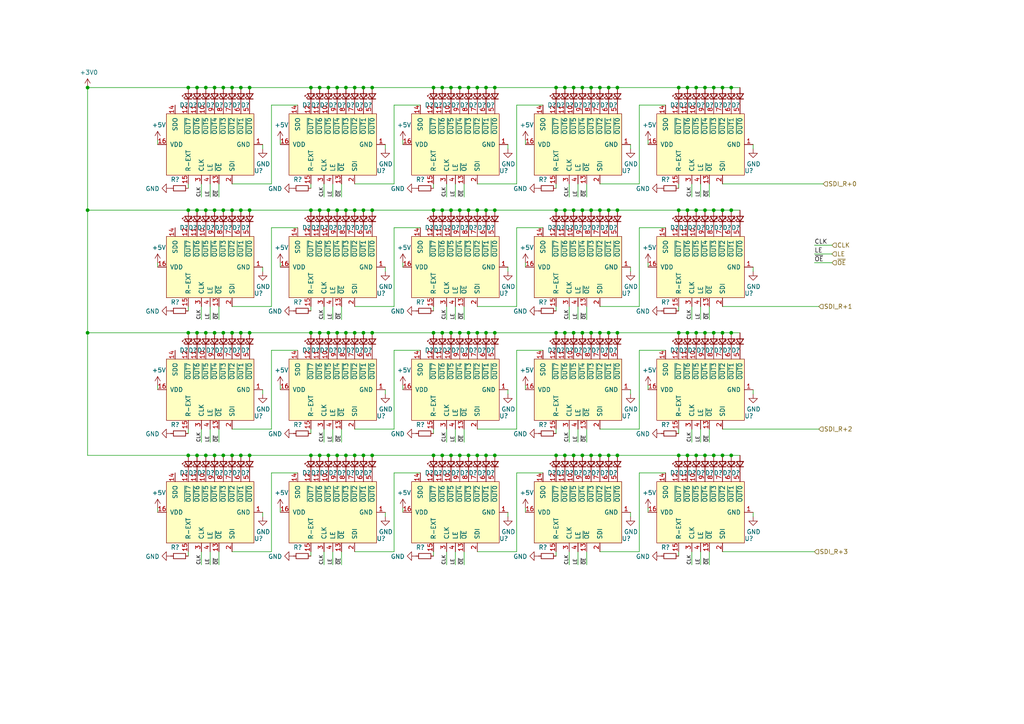
<source format=kicad_sch>
(kicad_sch (version 20211123) (generator eeschema)
  (paper "A4")
  (junction (at 57.15 60.96))
  (junction (at 64.77 60.96))
  (junction (at 196.85 60.96))
  (junction (at 67.31 132.08))
  (junction (at 105.41 132.08))
  (junction (at 90.17 132.08))
  (junction (at 209.55 25.4))
  (junction (at 166.37 60.96))
  (junction (at 204.47 60.96))
  (junction (at 207.01 96.52))
  (junction (at 207.01 132.08))
  (junction (at 125.73 96.52))
  (junction (at 97.79 25.4))
  (junction (at 143.51 60.96))
  (junction (at 95.25 25.4))
  (junction (at 92.71 25.4))
  (junction (at 102.87 132.08))
  (junction (at 107.95 25.4))
  (junction (at 107.95 96.52))
  (junction (at 69.85 132.08))
  (junction (at 105.41 96.52))
  (junction (at 176.53 60.96))
  (junction (at 102.87 60.96))
  (junction (at 201.93 96.52))
  (junction (at 201.93 132.08))
  (junction (at 138.43 96.52))
  (junction (at 72.39 132.08))
  (junction (at 130.81 96.52))
  (junction (at 72.39 96.52))
  (junction (at 209.55 60.96))
  (junction (at 133.35 25.4))
  (junction (at 166.37 96.52))
  (junction (at 179.07 96.52))
  (junction (at 59.69 25.4))
  (junction (at 107.95 132.08))
  (junction (at 67.31 25.4))
  (junction (at 92.71 96.52))
  (junction (at 196.85 25.4))
  (junction (at 173.99 132.08))
  (junction (at 100.33 60.96))
  (junction (at 107.95 60.96))
  (junction (at 173.99 25.4))
  (junction (at 102.87 96.52))
  (junction (at 62.23 132.08))
  (junction (at 92.71 132.08))
  (junction (at 212.09 60.96))
  (junction (at 62.23 60.96))
  (junction (at 173.99 96.52))
  (junction (at 72.39 25.4))
  (junction (at 204.47 96.52))
  (junction (at 140.97 25.4))
  (junction (at 171.45 132.08))
  (junction (at 143.51 132.08))
  (junction (at 125.73 132.08))
  (junction (at 168.91 25.4))
  (junction (at 100.33 96.52))
  (junction (at 143.51 25.4))
  (junction (at 130.81 25.4))
  (junction (at 97.79 132.08))
  (junction (at 209.55 96.52))
  (junction (at 125.73 25.4))
  (junction (at 163.83 25.4))
  (junction (at 166.37 132.08))
  (junction (at 69.85 60.96))
  (junction (at 25.4 25.4))
  (junction (at 62.23 96.52))
  (junction (at 59.69 60.96))
  (junction (at 133.35 60.96))
  (junction (at 133.35 132.08))
  (junction (at 161.29 96.52))
  (junction (at 25.4 96.52))
  (junction (at 201.93 60.96))
  (junction (at 163.83 96.52))
  (junction (at 138.43 25.4))
  (junction (at 100.33 132.08))
  (junction (at 128.27 132.08))
  (junction (at 54.61 25.4))
  (junction (at 54.61 132.08))
  (junction (at 179.07 25.4))
  (junction (at 212.09 96.52))
  (junction (at 105.41 60.96))
  (junction (at 135.89 60.96))
  (junction (at 199.39 25.4))
  (junction (at 95.25 96.52))
  (junction (at 102.87 25.4))
  (junction (at 201.93 25.4))
  (junction (at 90.17 60.96))
  (junction (at 135.89 96.52))
  (junction (at 168.91 60.96))
  (junction (at 199.39 60.96))
  (junction (at 130.81 132.08))
  (junction (at 163.83 60.96))
  (junction (at 67.31 60.96))
  (junction (at 140.97 96.52))
  (junction (at 97.79 60.96))
  (junction (at 64.77 25.4))
  (junction (at 25.4 60.96))
  (junction (at 161.29 60.96))
  (junction (at 130.81 60.96))
  (junction (at 100.33 25.4))
  (junction (at 212.09 25.4))
  (junction (at 128.27 25.4))
  (junction (at 138.43 60.96))
  (junction (at 105.41 25.4))
  (junction (at 168.91 96.52))
  (junction (at 69.85 25.4))
  (junction (at 59.69 96.52))
  (junction (at 163.83 132.08))
  (junction (at 207.01 60.96))
  (junction (at 199.39 132.08))
  (junction (at 64.77 132.08))
  (junction (at 90.17 25.4))
  (junction (at 69.85 96.52))
  (junction (at 54.61 60.96))
  (junction (at 212.09 132.08))
  (junction (at 128.27 60.96))
  (junction (at 204.47 25.4))
  (junction (at 171.45 96.52))
  (junction (at 57.15 132.08))
  (junction (at 54.61 96.52))
  (junction (at 64.77 96.52))
  (junction (at 90.17 96.52))
  (junction (at 135.89 132.08))
  (junction (at 204.47 132.08))
  (junction (at 166.37 25.4))
  (junction (at 199.39 96.52))
  (junction (at 179.07 132.08))
  (junction (at 171.45 60.96))
  (junction (at 133.35 96.52))
  (junction (at 95.25 60.96))
  (junction (at 135.89 25.4))
  (junction (at 72.39 60.96))
  (junction (at 140.97 132.08))
  (junction (at 67.31 96.52))
  (junction (at 125.73 60.96))
  (junction (at 173.99 60.96))
  (junction (at 92.71 60.96))
  (junction (at 209.55 132.08))
  (junction (at 97.79 96.52))
  (junction (at 140.97 60.96))
  (junction (at 207.01 25.4))
  (junction (at 95.25 132.08))
  (junction (at 179.07 60.96))
  (junction (at 171.45 25.4))
  (junction (at 57.15 25.4))
  (junction (at 128.27 96.52))
  (junction (at 62.23 25.4))
  (junction (at 57.15 96.52))
  (junction (at 176.53 25.4))
  (junction (at 176.53 96.52))
  (junction (at 143.51 96.52))
  (junction (at 138.43 132.08))
  (junction (at 168.91 132.08))
  (junction (at 161.29 132.08))
  (junction (at 176.53 132.08))
  (junction (at 196.85 96.52))
  (junction (at 161.29 25.4))
  (junction (at 196.85 132.08))
  (junction (at 59.69 132.08))
  (wire (pts (xy 54.61 132.08) (xy 57.15 132.08)))
  (wire (pts (xy 64.77 132.08) (xy 67.31 132.08)))
  (wire (pts (xy 163.83 132.08) (xy 166.37 132.08)))
  (wire (pts (xy 96.52 88.9) (xy 96.52 92.71)))
  (wire (pts (xy 45.72 40.64) (xy 45.72 41.91)))
  (wire (pts (xy 209.55 60.96) (xy 212.09 60.96)))
  (wire (pts (xy 241.3 76.2) (xy 236.22 76.2)))
  (wire (pts (xy 78.74 160.02) (xy 67.31 160.02)))
  (wire (pts (xy 86.36 101.6) (xy 78.74 101.6)))
  (wire (pts (xy 205.74 124.46) (xy 205.74 128.27)))
  (wire (pts (xy 200.66 124.46) (xy 200.66 128.27)))
  (wire (pts (xy 165.1 160.02) (xy 165.1 163.83)))
  (wire (pts (xy 25.4 25.4) (xy 25.4 60.96)))
  (wire (pts (xy 140.97 96.52) (xy 143.51 96.52)))
  (wire (pts (xy 128.27 25.4) (xy 130.81 25.4)))
  (wire (pts (xy 134.62 124.46) (xy 134.62 128.27)))
  (wire (pts (xy 125.73 60.96) (xy 107.95 60.96)))
  (wire (pts (xy 185.42 137.16) (xy 185.42 160.02)))
  (wire (pts (xy 185.42 88.9) (xy 173.99 88.9)))
  (wire (pts (xy 203.2 53.34) (xy 203.2 57.15)))
  (wire (pts (xy 100.33 60.96) (xy 102.87 60.96)))
  (wire (pts (xy 140.97 25.4) (xy 143.51 25.4)))
  (wire (pts (xy 209.55 25.4) (xy 212.09 25.4)))
  (wire (pts (xy 97.79 60.96) (xy 100.33 60.96)))
  (wire (pts (xy 167.64 53.34) (xy 167.64 57.15)))
  (wire (pts (xy 99.06 53.34) (xy 99.06 57.15)))
  (wire (pts (xy 105.41 96.52) (xy 107.95 96.52)))
  (wire (pts (xy 163.83 60.96) (xy 166.37 60.96)))
  (wire (pts (xy 185.42 160.02) (xy 173.99 160.02)))
  (wire (pts (xy 105.41 132.08) (xy 107.95 132.08)))
  (wire (pts (xy 86.36 66.04) (xy 78.74 66.04)))
  (wire (pts (xy 78.74 88.9) (xy 67.31 88.9)))
  (wire (pts (xy 25.4 60.96) (xy 25.4 96.52)))
  (wire (pts (xy 121.92 66.04) (xy 114.3 66.04)))
  (wire (pts (xy 54.61 25.4) (xy 57.15 25.4)))
  (wire (pts (xy 114.3 88.9) (xy 102.87 88.9)))
  (wire (pts (xy 182.88 148.59) (xy 182.88 149.86)))
  (wire (pts (xy 187.96 147.32) (xy 187.96 148.59)))
  (wire (pts (xy 200.66 160.02) (xy 200.66 163.83)))
  (wire (pts (xy 67.31 132.08) (xy 69.85 132.08)))
  (wire (pts (xy 114.3 53.34) (xy 102.87 53.34)))
  (wire (pts (xy 116.84 76.2) (xy 116.84 77.47)))
  (wire (pts (xy 176.53 96.52) (xy 179.07 96.52)))
  (wire (pts (xy 171.45 96.52) (xy 173.99 96.52)))
  (wire (pts (xy 173.99 60.96) (xy 176.53 60.96)))
  (wire (pts (xy 105.41 25.4) (xy 107.95 25.4)))
  (wire (pts (xy 90.17 25.4) (xy 92.71 25.4)))
  (wire (pts (xy 129.54 124.46) (xy 129.54 128.27)))
  (wire (pts (xy 93.98 160.02) (xy 93.98 163.83)))
  (wire (pts (xy 171.45 25.4) (xy 173.99 25.4)))
  (wire (pts (xy 161.29 132.08) (xy 143.51 132.08)))
  (wire (pts (xy 72.39 25.4) (xy 90.17 25.4)))
  (wire (pts (xy 204.47 96.52) (xy 207.01 96.52)))
  (wire (pts (xy 196.85 125.73) (xy 196.85 124.46)))
  (wire (pts (xy 128.27 96.52) (xy 130.81 96.52)))
  (wire (pts (xy 90.17 96.52) (xy 92.71 96.52)))
  (wire (pts (xy 205.74 160.02) (xy 205.74 163.83)))
  (wire (pts (xy 54.61 125.73) (xy 54.61 124.46)))
  (wire (pts (xy 62.23 60.96) (xy 64.77 60.96)))
  (wire (pts (xy 138.43 25.4) (xy 140.97 25.4)))
  (wire (pts (xy 161.29 96.52) (xy 143.51 96.52)))
  (wire (pts (xy 149.86 30.48) (xy 149.86 53.34)))
  (wire (pts (xy 200.66 88.9) (xy 200.66 92.71)))
  (wire (pts (xy 218.44 113.03) (xy 218.44 114.3)))
  (wire (pts (xy 45.72 76.2) (xy 45.72 77.47)))
  (wire (pts (xy 187.96 40.64) (xy 187.96 41.91)))
  (wire (pts (xy 116.84 111.76) (xy 116.84 113.03)))
  (wire (pts (xy 57.15 96.52) (xy 59.69 96.52)))
  (wire (pts (xy 152.4 147.32) (xy 152.4 148.59)))
  (wire (pts (xy 207.01 60.96) (xy 209.55 60.96)))
  (wire (pts (xy 125.73 25.4) (xy 107.95 25.4)))
  (wire (pts (xy 58.42 53.34) (xy 58.42 57.15)))
  (wire (pts (xy 93.98 53.34) (xy 93.98 57.15)))
  (wire (pts (xy 96.52 53.34) (xy 96.52 57.15)))
  (wire (pts (xy 54.61 96.52) (xy 25.4 96.52)))
  (wire (pts (xy 114.3 124.46) (xy 102.87 124.46)))
  (wire (pts (xy 161.29 54.61) (xy 161.29 53.34)))
  (wire (pts (xy 45.72 147.32) (xy 45.72 148.59)))
  (wire (pts (xy 78.74 66.04) (xy 78.74 88.9)))
  (wire (pts (xy 93.98 88.9) (xy 93.98 92.71)))
  (wire (pts (xy 81.28 40.64) (xy 81.28 41.91)))
  (wire (pts (xy 176.53 132.08) (xy 179.07 132.08)))
  (wire (pts (xy 129.54 160.02) (xy 129.54 163.83)))
  (wire (pts (xy 209.55 124.46) (xy 237.49 124.46)))
  (wire (pts (xy 138.43 96.52) (xy 140.97 96.52)))
  (wire (pts (xy 125.73 25.4) (xy 128.27 25.4)))
  (wire (pts (xy 134.62 88.9) (xy 134.62 92.71)))
  (wire (pts (xy 204.47 132.08) (xy 207.01 132.08)))
  (wire (pts (xy 125.73 132.08) (xy 107.95 132.08)))
  (wire (pts (xy 161.29 132.08) (xy 163.83 132.08)))
  (wire (pts (xy 99.06 160.02) (xy 99.06 163.83)))
  (wire (pts (xy 86.36 137.16) (xy 78.74 137.16)))
  (wire (pts (xy 149.86 88.9) (xy 138.43 88.9)))
  (wire (pts (xy 111.76 41.91) (xy 111.76 43.18)))
  (wire (pts (xy 204.47 25.4) (xy 207.01 25.4)))
  (wire (pts (xy 185.42 101.6) (xy 185.42 124.46)))
  (wire (pts (xy 138.43 60.96) (xy 140.97 60.96)))
  (wire (pts (xy 149.86 66.04) (xy 149.86 88.9)))
  (wire (pts (xy 161.29 25.4) (xy 163.83 25.4)))
  (wire (pts (xy 102.87 132.08) (xy 105.41 132.08)))
  (wire (pts (xy 196.85 132.08) (xy 179.07 132.08)))
  (wire (pts (xy 132.08 124.46) (xy 132.08 128.27)))
  (wire (pts (xy 241.3 71.12) (xy 236.22 71.12)))
  (wire (pts (xy 241.3 73.66) (xy 236.22 73.66)))
  (wire (pts (xy 196.85 54.61) (xy 196.85 53.34)))
  (wire (pts (xy 199.39 96.52) (xy 201.93 96.52)))
  (wire (pts (xy 165.1 124.46) (xy 165.1 128.27)))
  (wire (pts (xy 93.98 124.46) (xy 93.98 128.27)))
  (wire (pts (xy 218.44 148.59) (xy 218.44 149.86)))
  (wire (pts (xy 207.01 25.4) (xy 209.55 25.4)))
  (wire (pts (xy 171.45 132.08) (xy 173.99 132.08)))
  (wire (pts (xy 60.96 124.46) (xy 60.96 128.27)))
  (wire (pts (xy 182.88 113.03) (xy 182.88 114.3)))
  (wire (pts (xy 201.93 96.52) (xy 204.47 96.52)))
  (wire (pts (xy 54.61 161.29) (xy 54.61 160.02)))
  (wire (pts (xy 99.06 88.9) (xy 99.06 92.71)))
  (wire (pts (xy 182.88 41.91) (xy 182.88 43.18)))
  (wire (pts (xy 196.85 60.96) (xy 179.07 60.96)))
  (wire (pts (xy 193.04 66.04) (xy 185.42 66.04)))
  (wire (pts (xy 130.81 60.96) (xy 133.35 60.96)))
  (wire (pts (xy 54.61 54.61) (xy 54.61 53.34)))
  (wire (pts (xy 54.61 96.52) (xy 57.15 96.52)))
  (wire (pts (xy 76.2 43.18) (xy 76.2 41.91)))
  (wire (pts (xy 168.91 132.08) (xy 171.45 132.08)))
  (wire (pts (xy 121.92 30.48) (xy 114.3 30.48)))
  (wire (pts (xy 212.09 132.08) (xy 214.63 132.08)))
  (wire (pts (xy 212.09 25.4) (xy 214.63 25.4)))
  (wire (pts (xy 60.96 88.9) (xy 60.96 92.71)))
  (wire (pts (xy 125.73 96.52) (xy 107.95 96.52)))
  (wire (pts (xy 171.45 60.96) (xy 173.99 60.96)))
  (wire (pts (xy 170.18 88.9) (xy 170.18 92.71)))
  (wire (pts (xy 78.74 101.6) (xy 78.74 124.46)))
  (wire (pts (xy 25.4 132.08) (xy 25.4 96.52)))
  (wire (pts (xy 163.83 25.4) (xy 166.37 25.4)))
  (wire (pts (xy 152.4 76.2) (xy 152.4 77.47)))
  (wire (pts (xy 92.71 132.08) (xy 95.25 132.08)))
  (wire (pts (xy 132.08 160.02) (xy 132.08 163.83)))
  (wire (pts (xy 173.99 25.4) (xy 176.53 25.4)))
  (wire (pts (xy 168.91 60.96) (xy 171.45 60.96)))
  (wire (pts (xy 90.17 90.17) (xy 90.17 88.9)))
  (wire (pts (xy 176.53 25.4) (xy 179.07 25.4)))
  (wire (pts (xy 157.48 101.6) (xy 149.86 101.6)))
  (wire (pts (xy 121.92 101.6) (xy 114.3 101.6)))
  (wire (pts (xy 128.27 60.96) (xy 130.81 60.96)))
  (wire (pts (xy 57.15 60.96) (xy 59.69 60.96)))
  (wire (pts (xy 99.06 124.46) (xy 99.06 128.27)))
  (wire (pts (xy 209.55 160.02) (xy 236.22 160.02)))
  (wire (pts (xy 125.73 90.17) (xy 125.73 88.9)))
  (wire (pts (xy 111.76 113.03) (xy 111.76 114.3)))
  (wire (pts (xy 64.77 25.4) (xy 67.31 25.4)))
  (wire (pts (xy 161.29 125.73) (xy 161.29 124.46)))
  (wire (pts (xy 114.3 30.48) (xy 114.3 53.34)))
  (wire (pts (xy 54.61 90.17) (xy 54.61 88.9)))
  (wire (pts (xy 96.52 124.46) (xy 96.52 128.27)))
  (wire (pts (xy 212.09 60.96) (xy 214.63 60.96)))
  (wire (pts (xy 76.2 114.3) (xy 76.2 113.03)))
  (wire (pts (xy 96.52 160.02) (xy 96.52 163.83)))
  (wire (pts (xy 59.69 25.4) (xy 62.23 25.4)))
  (wire (pts (xy 135.89 25.4) (xy 138.43 25.4)))
  (wire (pts (xy 167.64 160.02) (xy 167.64 163.83)))
  (wire (pts (xy 157.48 137.16) (xy 149.86 137.16)))
  (wire (pts (xy 78.74 30.48) (xy 78.74 53.34)))
  (wire (pts (xy 166.37 25.4) (xy 168.91 25.4)))
  (wire (pts (xy 92.71 96.52) (xy 95.25 96.52)))
  (wire (pts (xy 193.04 30.48) (xy 185.42 30.48)))
  (wire (pts (xy 114.3 160.02) (xy 102.87 160.02)))
  (wire (pts (xy 133.35 96.52) (xy 135.89 96.52)))
  (wire (pts (xy 147.32 148.59) (xy 147.32 149.86)))
  (wire (pts (xy 200.66 53.34) (xy 200.66 57.15)))
  (wire (pts (xy 193.04 101.6) (xy 185.42 101.6)))
  (wire (pts (xy 203.2 160.02) (xy 203.2 163.83)))
  (wire (pts (xy 157.48 66.04) (xy 149.86 66.04)))
  (wire (pts (xy 97.79 96.52) (xy 100.33 96.52)))
  (wire (pts (xy 81.28 147.32) (xy 81.28 148.59)))
  (wire (pts (xy 207.01 132.08) (xy 209.55 132.08)))
  (wire (pts (xy 147.32 113.03) (xy 147.32 114.3)))
  (wire (pts (xy 60.96 53.34) (xy 60.96 57.15)))
  (wire (pts (xy 63.5 88.9) (xy 63.5 92.71)))
  (wire (pts (xy 185.42 66.04) (xy 185.42 88.9)))
  (wire (pts (xy 81.28 76.2) (xy 81.28 77.47)))
  (wire (pts (xy 130.81 96.52) (xy 133.35 96.52)))
  (wire (pts (xy 78.74 124.46) (xy 67.31 124.46)))
  (wire (pts (xy 97.79 132.08) (xy 100.33 132.08)))
  (wire (pts (xy 62.23 132.08) (xy 64.77 132.08)))
  (wire (pts (xy 149.86 101.6) (xy 149.86 124.46)))
  (wire (pts (xy 102.87 25.4) (xy 105.41 25.4)))
  (wire (pts (xy 78.74 53.34) (xy 67.31 53.34)))
  (wire (pts (xy 165.1 88.9) (xy 165.1 92.71)))
  (wire (pts (xy 209.55 132.08) (xy 212.09 132.08)))
  (wire (pts (xy 63.5 53.34) (xy 63.5 57.15)))
  (wire (pts (xy 81.28 111.76) (xy 81.28 113.03)))
  (wire (pts (xy 129.54 88.9) (xy 129.54 92.71)))
  (wire (pts (xy 130.81 25.4) (xy 133.35 25.4)))
  (wire (pts (xy 161.29 60.96) (xy 163.83 60.96)))
  (wire (pts (xy 147.32 77.47) (xy 147.32 78.74)))
  (wire (pts (xy 196.85 25.4) (xy 179.07 25.4)))
  (wire (pts (xy 149.86 53.34) (xy 138.43 53.34)))
  (wire (pts (xy 203.2 124.46) (xy 203.2 128.27)))
  (wire (pts (xy 63.5 160.02) (xy 63.5 163.83)))
  (wire (pts (xy 125.73 161.29) (xy 125.73 160.02)))
  (wire (pts (xy 204.47 60.96) (xy 207.01 60.96)))
  (wire (pts (xy 238.76 53.34) (xy 209.55 53.34)))
  (wire (pts (xy 116.84 147.32) (xy 116.84 148.59)))
  (wire (pts (xy 176.53 60.96) (xy 179.07 60.96)))
  (wire (pts (xy 138.43 132.08) (xy 140.97 132.08)))
  (wire (pts (xy 60.96 160.02) (xy 60.96 163.83)))
  (wire (pts (xy 105.41 60.96) (xy 107.95 60.96)))
  (wire (pts (xy 64.77 60.96) (xy 67.31 60.96)))
  (wire (pts (xy 135.89 132.08) (xy 138.43 132.08)))
  (wire (pts (xy 185.42 30.48) (xy 185.42 53.34)))
  (wire (pts (xy 173.99 132.08) (xy 176.53 132.08)))
  (wire (pts (xy 152.4 40.64) (xy 152.4 41.91)))
  (wire (pts (xy 149.86 124.46) (xy 138.43 124.46)))
  (wire (pts (xy 62.23 96.52) (xy 64.77 96.52)))
  (wire (pts (xy 196.85 96.52) (xy 199.39 96.52)))
  (wire (pts (xy 134.62 160.02) (xy 134.62 163.83)))
  (wire (pts (xy 54.61 132.08) (xy 25.4 132.08)))
  (wire (pts (xy 182.88 77.47) (xy 182.88 78.74)))
  (wire (pts (xy 201.93 132.08) (xy 204.47 132.08)))
  (wire (pts (xy 125.73 132.08) (xy 128.27 132.08)))
  (wire (pts (xy 125.73 54.61) (xy 125.73 53.34)))
  (wire (pts (xy 152.4 111.76) (xy 152.4 113.03)))
  (wire (pts (xy 132.08 53.34) (xy 132.08 57.15)))
  (wire (pts (xy 133.35 25.4) (xy 135.89 25.4)))
  (wire (pts (xy 90.17 54.61) (xy 90.17 53.34)))
  (wire (pts (xy 193.04 137.16) (xy 185.42 137.16)))
  (wire (pts (xy 167.64 124.46) (xy 167.64 128.27)))
  (wire (pts (xy 170.18 124.46) (xy 170.18 128.27)))
  (wire (pts (xy 92.71 25.4) (xy 95.25 25.4)))
  (wire (pts (xy 62.23 25.4) (xy 64.77 25.4)))
  (wire (pts (xy 78.74 137.16) (xy 78.74 160.02)))
  (wire (pts (xy 100.33 25.4) (xy 102.87 25.4)))
  (wire (pts (xy 149.86 160.02) (xy 138.43 160.02)))
  (wire (pts (xy 116.84 40.64) (xy 116.84 41.91)))
  (wire (pts (xy 102.87 96.52) (xy 105.41 96.52)))
  (wire (pts (xy 166.37 132.08) (xy 168.91 132.08)))
  (wire (pts (xy 140.97 60.96) (xy 143.51 60.96)))
  (wire (pts (xy 196.85 90.17) (xy 196.85 88.9)))
  (wire (pts (xy 114.3 101.6) (xy 114.3 124.46)))
  (wire (pts (xy 201.93 25.4) (xy 204.47 25.4)))
  (wire (pts (xy 185.42 53.34) (xy 173.99 53.34)))
  (wire (pts (xy 64.77 96.52) (xy 67.31 96.52)))
  (wire (pts (xy 157.48 30.48) (xy 149.86 30.48)))
  (wire (pts (xy 212.09 96.52) (xy 214.63 96.52)))
  (wire (pts (xy 166.37 96.52) (xy 168.91 96.52)))
  (wire (pts (xy 125.73 96.52) (xy 128.27 96.52)))
  (wire (pts (xy 54.61 60.96) (xy 25.4 60.96)))
  (wire (pts (xy 163.83 96.52) (xy 166.37 96.52)))
  (wire (pts (xy 133.35 132.08) (xy 135.89 132.08)))
  (wire (pts (xy 111.76 77.47) (xy 111.76 78.74)))
  (wire (pts (xy 205.74 88.9) (xy 205.74 92.71)))
  (wire (pts (xy 161.29 90.17) (xy 161.29 88.9)))
  (wire (pts (xy 199.39 60.96) (xy 201.93 60.96)))
  (wire (pts (xy 132.08 88.9) (xy 132.08 92.71)))
  (wire (pts (xy 121.92 137.16) (xy 114.3 137.16)))
  (wire (pts (xy 102.87 60.96) (xy 105.41 60.96)))
  (wire (pts (xy 149.86 137.16) (xy 149.86 160.02)))
  (wire (pts (xy 209.55 96.52) (xy 212.09 96.52)))
  (wire (pts (xy 209.55 88.9) (xy 237.49 88.9)))
  (wire (pts (xy 161.29 25.4) (xy 143.51 25.4)))
  (wire (pts (xy 173.99 96.52) (xy 176.53 96.52)))
  (wire (pts (xy 129.54 53.34) (xy 129.54 57.15)))
  (wire (pts (xy 170.18 160.02) (xy 170.18 163.83)))
  (wire (pts (xy 196.85 161.29) (xy 196.85 160.02)))
  (wire (pts (xy 161.29 96.52) (xy 163.83 96.52)))
  (wire (pts (xy 161.29 161.29) (xy 161.29 160.02)))
  (wire (pts (xy 90.17 132.08) (xy 92.71 132.08)))
  (wire (pts (xy 111.76 148.59) (xy 111.76 149.86)))
  (wire (pts (xy 185.42 124.46) (xy 173.99 124.46)))
  (wire (pts (xy 86.36 30.48) (xy 78.74 30.48)))
  (wire (pts (xy 168.91 25.4) (xy 171.45 25.4)))
  (wire (pts (xy 170.18 53.34) (xy 170.18 57.15)))
  (wire (pts (xy 76.2 78.74) (xy 76.2 77.47)))
  (wire (pts (xy 67.31 96.52) (xy 69.85 96.52)))
  (wire (pts (xy 218.44 41.91) (xy 218.44 43.18)))
  (wire (pts (xy 100.33 96.52) (xy 102.87 96.52)))
  (wire (pts (xy 76.2 149.86) (xy 76.2 148.59)))
  (wire (pts (xy 133.35 60.96) (xy 135.89 60.96)))
  (wire (pts (xy 69.85 132.08) (xy 72.39 132.08)))
  (wire (pts (xy 90.17 161.29) (xy 90.17 160.02)))
  (wire (pts (xy 97.79 25.4) (xy 100.33 25.4)))
  (wire (pts (xy 196.85 132.08) (xy 199.39 132.08)))
  (wire (pts (xy 168.91 96.52) (xy 171.45 96.52)))
  (wire (pts (xy 218.44 77.47) (xy 218.44 78.74)))
  (wire (pts (xy 147.32 41.91) (xy 147.32 43.18)))
  (wire (pts (xy 196.85 96.52) (xy 179.07 96.52)))
  (wire (pts (xy 135.89 60.96) (xy 138.43 60.96)))
  (wire (pts (xy 95.25 60.96) (xy 97.79 60.96)))
  (wire (pts (xy 63.5 124.46) (xy 63.5 128.27)))
  (wire (pts (xy 205.74 53.34) (xy 205.74 57.15)))
  (wire (pts (xy 90.17 96.52) (xy 72.39 96.52)))
  (wire (pts (xy 134.62 53.34) (xy 134.62 57.15)))
  (wire (pts (xy 165.1 53.34) (xy 165.1 57.15)))
  (wire (pts (xy 90.17 60.96) (xy 92.71 60.96)))
  (wire (pts (xy 114.3 66.04) (xy 114.3 88.9)))
  (wire (pts (xy 58.42 124.46) (xy 58.42 128.27)))
  (wire (pts (xy 135.89 96.52) (xy 138.43 96.52)))
  (wire (pts (xy 95.25 96.52) (xy 97.79 96.52)))
  (wire (pts (xy 100.33 132.08) (xy 102.87 132.08)))
  (wire (pts (xy 92.71 60.96) (xy 95.25 60.96)))
  (wire (pts (xy 58.42 88.9) (xy 58.42 92.71)))
  (wire (pts (xy 95.25 132.08) (xy 97.79 132.08)))
  (wire (pts (xy 187.96 76.2) (xy 187.96 77.47)))
  (wire (pts (xy 207.01 96.52) (xy 209.55 96.52)))
  (wire (pts (xy 128.27 132.08) (xy 130.81 132.08)))
  (wire (pts (xy 59.69 132.08) (xy 62.23 132.08)))
  (wire (pts (xy 196.85 25.4) (xy 199.39 25.4)))
  (wire (pts (xy 57.15 132.08) (xy 59.69 132.08)))
  (wire (pts (xy 114.3 137.16) (xy 114.3 160.02)))
  (wire (pts (xy 25.4 25.4) (xy 54.61 25.4)))
  (wire (pts (xy 196.85 60.96) (xy 199.39 60.96)))
  (wire (pts (xy 199.39 132.08) (xy 201.93 132.08)))
  (wire (pts (xy 69.85 25.4) (xy 72.39 25.4)))
  (wire (pts (xy 59.69 60.96) (xy 62.23 60.96)))
  (wire (pts (xy 130.81 132.08) (xy 133.35 132.08)))
  (wire (pts (xy 90.17 60.96) (xy 72.39 60.96)))
  (wire (pts (xy 95.25 25.4) (xy 97.79 25.4)))
  (wire (pts (xy 58.42 160.02) (xy 58.42 163.83)))
  (wire (pts (xy 166.37 60.96) (xy 168.91 60.96)))
  (wire (pts (xy 187.96 111.76) (xy 187.96 113.03)))
  (wire (pts (xy 69.85 60.96) (xy 72.39 60.96)))
  (wire (pts (xy 125.73 125.73) (xy 125.73 124.46)))
  (wire (pts (xy 67.31 60.96) (xy 69.85 60.96)))
  (wire (pts (xy 201.93 60.96) (xy 204.47 60.96)))
  (wire (pts (xy 167.64 88.9) (xy 167.64 92.71)))
  (wire (pts (xy 69.85 96.52) (xy 72.39 96.52)))
  (wire (pts (xy 199.39 25.4) (xy 201.93 25.4)))
  (wire (pts (xy 203.2 88.9) (xy 203.2 92.71)))
  (wire (pts (xy 45.72 111.76) (xy 45.72 113.03)))
  (wire (pts (xy 57.15 25.4) (xy 59.69 25.4)))
  (wire (pts (xy 140.97 132.08) (xy 143.51 132.08)))
  (wire (pts (xy 161.29 60.96) (xy 143.51 60.96)))
  (wire (pts (xy 67.31 25.4) (xy 69.85 25.4)))
  (wire (pts (xy 90.17 132.08) (xy 72.39 132.08)))
  (wire (pts (xy 125.73 60.96) (xy 128.27 60.96)))
  (wire (pts (xy 59.69 96.52) (xy 62.23 96.52)))
  (wire (pts (xy 54.61 60.96) (xy 57.15 60.96)))
  (wire (pts (xy 90.17 125.73) (xy 90.17 124.46)))
  (label "CLK" (at 129.54 57.15 90) (effects (font (size 0.9906 0.9906))))
  (label "CLK" (at 200.66 92.71 90) (effects (font (size 0.9906 0.9906))))
  (label "CLK" (at 129.54 128.27 90) (effects (font (size 0.9906 0.9906))))
  (label "CLK" (at 93.98 163.83 90) (effects (font (size 0.9906 0.9906))))
  (label "LE" (at 132.08 163.83 90) (effects (font (size 0.9906 0.9906))))
  (label "~{OE}" (at 63.5 163.83 90) (effects (font (size 0.9906 0.9906))))
  (label "~{OE}" (at 134.62 128.27 90) (effects (font (size 0.9906 0.9906))))
  (label "~{OE}" (at 170.18 163.83 90) (effects (font (size 0.9906 0.9906))))
  (label "CLK" (at 200.66 128.27 90) (effects (font (size 0.9906 0.9906))))
  (label "LE" (at 96.52 128.27 90) (effects (font (size 0.9906 0.9906))))
  (label "LE" (at 203.2 128.27 90) (effects (font (size 0.9906 0.9906))))
  (label "LE" (at 132.08 57.15 90) (effects (font (size 0.9906 0.9906))))
  (label "LE" (at 203.2 163.83 90) (effects (font (size 0.9906 0.9906))))
  (label "~{OE}" (at 205.74 57.15 90) (effects (font (size 0.9906 0.9906))))
  (label "~{OE}" (at 170.18 57.15 90) (effects (font (size 0.9906 0.9906))))
  (label "~{OE}" (at 99.06 57.15 90) (effects (font (size 0.9906 0.9906))))
  (label "~{OE}" (at 205.74 92.71 90) (effects (font (size 0.9906 0.9906))))
  (label "CLK" (at 58.42 57.15 90) (effects (font (size 0.9906 0.9906))))
  (label "CLK" (at 93.98 92.71 90) (effects (font (size 0.9906 0.9906))))
  (label "CLK" (at 58.42 92.71 90) (effects (font (size 0.9906 0.9906))))
  (label "~{OE}" (at 134.62 163.83 90) (effects (font (size 0.9906 0.9906))))
  (label "CLK" (at 165.1 92.71 90) (effects (font (size 0.9906 0.9906))))
  (label "LE" (at 236.22 73.66 0))
  (label "CLK" (at 236.22 71.12 0))
  (label "LE" (at 96.52 92.71 90) (effects (font (size 0.9906 0.9906))))
  (label "LE" (at 132.08 128.27 90) (effects (font (size 0.9906 0.9906))))
  (label "~{OE}" (at 63.5 92.71 90) (effects (font (size 0.9906 0.9906))))
  (label "LE" (at 203.2 57.15 90) (effects (font (size 0.9906 0.9906))))
  (label "~{OE}" (at 63.5 57.15 90) (effects (font (size 0.9906 0.9906))))
  (label "LE" (at 60.96 128.27 90) (effects (font (size 0.9906 0.9906))))
  (label "CLK" (at 165.1 163.83 90) (effects (font (size 0.9906 0.9906))))
  (label "CLK" (at 129.54 92.71 90) (effects (font (size 0.9906 0.9906))))
  (label "LE" (at 132.08 92.71 90) (effects (font (size 0.9906 0.9906))))
  (label "CLK" (at 200.66 57.15 90) (effects (font (size 0.9906 0.9906))))
  (label "~{OE}" (at 134.62 57.15 90) (effects (font (size 0.9906 0.9906))))
  (label "CLK" (at 129.54 163.83 90) (effects (font (size 0.9906 0.9906))))
  (label "LE" (at 167.64 163.83 90) (effects (font (size 0.9906 0.9906))))
  (label "LE" (at 60.96 57.15 90) (effects (font (size 0.9906 0.9906))))
  (label "~{OE}" (at 236.22 76.2 0))
  (label "~{OE}" (at 134.62 92.71 90) (effects (font (size 0.9906 0.9906))))
  (label "~{OE}" (at 99.06 163.83 90) (effects (font (size 0.9906 0.9906))))
  (label "LE" (at 60.96 92.71 90) (effects (font (size 0.9906 0.9906))))
  (label "~{OE}" (at 205.74 163.83 90) (effects (font (size 0.9906 0.9906))))
  (label "LE" (at 96.52 163.83 90) (effects (font (size 0.9906 0.9906))))
  (label "LE" (at 96.52 57.15 90) (effects (font (size 0.9906 0.9906))))
  (label "CLK" (at 200.66 163.83 90) (effects (font (size 0.9906 0.9906))))
  (label "~{OE}" (at 205.74 128.27 90) (effects (font (size 0.9906 0.9906))))
  (label "CLK" (at 165.1 57.15 90) (effects (font (size 0.9906 0.9906))))
  (label "LE" (at 167.64 128.27 90) (effects (font (size 0.9906 0.9906))))
  (label "~{OE}" (at 99.06 128.27 90) (effects (font (size 0.9906 0.9906))))
  (label "CLK" (at 58.42 163.83 90) (effects (font (size 0.9906 0.9906))))
  (label "~{OE}" (at 63.5 128.27 90) (effects (font (size 0.9906 0.9906))))
  (label "CLK" (at 165.1 128.27 90) (effects (font (size 0.9906 0.9906))))
  (label "CLK" (at 58.42 128.27 90) (effects (font (size 0.9906 0.9906))))
  (label "LE" (at 167.64 92.71 90) (effects (font (size 0.9906 0.9906))))
  (label "LE" (at 60.96 163.83 90) (effects (font (size 0.9906 0.9906))))
  (label "CLK" (at 93.98 57.15 90) (effects (font (size 0.9906 0.9906))))
  (label "LE" (at 203.2 92.71 90) (effects (font (size 0.9906 0.9906))))
  (label "~{OE}" (at 170.18 92.71 90) (effects (font (size 0.9906 0.9906))))
  (label "~{OE}" (at 99.06 92.71 90) (effects (font (size 0.9906 0.9906))))
  (label "LE" (at 167.64 57.15 90) (effects (font (size 0.9906 0.9906))))
  (label "CLK" (at 93.98 128.27 90) (effects (font (size 0.9906 0.9906))))
  (label "~{OE}" (at 170.18 128.27 90) (effects (font (size 0.9906 0.9906))))
  (hierarchical_label "LE" (shape input) (at 241.3 73.66 0))
  (hierarchical_label "SDI_R+3" (shape input) (at 236.22 160.02 0))
  (hierarchical_label "SDI_R+1" (shape input) (at 237.49 88.9 0))
  (hierarchical_label "SDI_R+0" (shape input) (at 238.76 53.34 0))
  (hierarchical_label "~{OE}" (shape input) (at 241.3 76.2 0))
  (hierarchical_label "CLK" (shape input) (at 241.3 71.12 0))
  (hierarchical_label "SDI_R+2" (shape input) (at 237.49 124.46 0))
  (symbol (lib_id "power:GND") (at 111.76 149.86 0) (unit 1)
    (property "Reference" "#PWR?" (effects hide))
  )
  (symbol (lib_id "power:+5V") (at 187.96 147.32 0) (unit 1)
    (property "Reference" "#PWR?" (effects hide))
  )
  (symbol (lib_id "LedMatrixBusLarge-rescue:MBI5167G-LedDriverIc") (at 60.96 113.03 90) (unit 1)
    (property "Reference" "U?" (at 73.66 120.65 90) (effects (justify right)))
  )
  (symbol (lib_id "LedMatrixBusLarge-rescue:MBI5167G-LedDriverIc") (at 96.52 113.03 90) (unit 1)
    (property "Reference" "U?" (at 109.22 120.65 90) (effects (justify right)))
  )
  (symbol (lib_id "power:+5V") (at 45.72 111.76 0) (unit 1)
    (property "Reference" "#PWR?" (effects hide))
  )
  (symbol (lib_id "power:GND") (at 76.2 114.3 0) (unit 1)
    (property "Reference" "#PWR?" (effects hide))
  )
  (symbol (lib_id "LedMatrixBusLarge-rescue:MBI5167G-LedDriverIc") (at 60.96 77.47 90) (unit 1)
    (property "Reference" "U?" (at 73.66 85.09 90) (effects (justify right)))
  )
  (symbol (lib_id "power:+5V") (at 116.84 76.2 0) (unit 1)
    (property "Reference" "#PWR?" (effects hide))
  )
  (symbol (lib_id "LedMatrixBusLarge-rescue:MBI5167G-LedDriverIc") (at 96.52 41.91 90) (unit 1)
    (property "Reference" "U?" (at 109.22 49.53 90) (effects (justify right)))
  )
  (symbol (lib_id "power:+5V") (at 45.72 40.64 0) (unit 1)
    (property "Reference" "#PWR?" (effects hide))
  )
  (symbol (lib_id "power:GND") (at 111.76 43.18 0) (unit 1)
    (property "Reference" "#PWR?" (effects hide))
  )
  (symbol (lib_id "Device:LED_Small") (at 54.61 27.94 90) (unit 1)
    (property "Reference" "D?" (at 52.07 30.48 90) (effects (justify right)))
  )
  (symbol (lib_id "Device:LED_Small") (at 57.15 27.94 90) (unit 1)
    (property "Reference" "D?" (at 54.61 30.48 90) (effects (justify right)))
  )
  (symbol (lib_id "Device:LED_Small") (at 59.69 27.94 90) (unit 1)
    (property "Reference" "D?" (at 57.15 30.48 90) (effects (justify right)))
  )
  (symbol (lib_id "power:+3V0") (at 25.4 25.4 0) (unit 1)
    (property "Reference" "#PWR?" (effects hide))
  )
  (symbol (lib_id "Device:LED_Small") (at 95.25 27.94 90) (unit 1)
    (property "Reference" "D?" (at 92.71 30.48 90) (effects (justify right)))
  )
  (symbol (lib_id "Device:LED_Small") (at 97.79 27.94 90) (unit 1)
    (property "Reference" "D?" (at 95.25 30.48 90) (effects (justify right)))
  )
  (symbol (lib_id "Device:LED_Small") (at 100.33 27.94 90) (unit 1)
    (property "Reference" "D?" (at 97.79 30.48 90) (effects (justify right)))
  )
  (symbol (lib_id "Device:LED_Small") (at 161.29 27.94 90) (unit 1)
    (property "Reference" "D?" (at 158.75 30.48 90) (effects (justify right)))
  )
  (symbol (lib_id "Device:LED_Small") (at 163.83 27.94 90) (unit 1)
    (property "Reference" "D?" (at 161.29 30.48 90) (effects (justify right)))
  )
  (symbol (lib_id "Device:LED_Small") (at 166.37 27.94 90) (unit 1)
    (property "Reference" "D?" (at 163.83 30.48 90) (effects (justify right)))
  )
  (symbol (lib_id "Device:LED_Small") (at 176.53 27.94 90) (unit 1)
    (property "Reference" "D?" (at 173.99 30.48 90) (effects (justify right)))
  )
  (symbol (lib_id "Device:LED_Small") (at 209.55 27.94 90) (unit 1)
    (property "Reference" "D?" (at 207.01 30.48 90) (effects (justify right)))
  )
  (symbol (lib_id "Device:LED_Small") (at 212.09 27.94 90) (unit 1)
    (property "Reference" "D?" (at 209.55 30.48 90) (effects (justify right)))
  )
  (symbol (lib_id "Device:LED_Small") (at 133.35 99.06 90) (unit 1)
    (property "Reference" "D?" (at 130.81 101.6 90) (effects (justify right)))
  )
  (symbol (lib_id "Device:LED_Small") (at 140.97 99.06 90) (unit 1)
    (property "Reference" "D?" (at 138.43 101.6 90) (effects (justify right)))
  )
  (symbol (lib_id "Device:LED_Small") (at 209.55 99.06 90) (unit 1)
    (property "Reference" "D?" (at 207.01 101.6 90) (effects (justify right)))
  )
  (symbol (lib_id "Device:LED_Small") (at 212.09 99.06 90) (unit 1)
    (property "Reference" "D?" (at 209.55 101.6 90) (effects (justify right)))
  )
  (symbol (lib_id "Device:LED_Small") (at 57.15 134.62 90) (unit 1)
    (property "Reference" "D?" (at 54.61 137.16 90) (effects (justify right)))
  )
  (symbol (lib_id "Device:LED_Small") (at 59.69 134.62 90) (unit 1)
    (property "Reference" "D?" (at 57.15 137.16 90) (effects (justify right)))
  )
  (symbol (lib_id "Device:LED_Small") (at 97.79 134.62 90) (unit 1)
    (property "Reference" "D?" (at 95.25 137.16 90) (effects (justify right)))
  )
  (symbol (lib_id "Device:LED_Small") (at 100.33 134.62 90) (unit 1)
    (property "Reference" "D?" (at 97.79 137.16 90) (effects (justify right)))
  )
  (symbol (lib_id "Device:LED_Small") (at 133.35 134.62 90) (unit 1)
    (property "Reference" "D?" (at 130.81 137.16 90) (effects (justify right)))
  )
  (symbol (lib_id "power:GND") (at 85.09 54.61 270) (unit 1)
    (property "Reference" "#PWR?" (effects hide))
  )
  (symbol (lib_id "Device:R_Small") (at 87.63 125.73 270) (unit 1)
    (property "Reference" "R?" (at 86.36 123.19 90))
  )
  (symbol (lib_id "power:GND") (at 85.09 161.29 270) (unit 1)
    (property "Reference" "#PWR?" (effects hide))
  )
  (symbol (lib_id "Device:R_Small") (at 123.19 161.29 270) (unit 1)
    (property "Reference" "R?" (at 121.92 158.75 90))
  )
  (symbol (lib_id "Device:R_Small") (at 194.31 161.29 270) (unit 1)
    (property "Reference" "R?" (at 193.04 158.75 90))
  )
  (symbol (lib_id "LedMatrixBusLarge-rescue:MBI5167G-LedDriverIc") (at 60.96 148.59 90) (unit 1)
    (property "Reference" "U?" (at 73.66 156.21 90) (effects (justify right)))
  )
  (symbol (lib_id "LedMatrixBusLarge-rescue:MBI5167G-LedDriverIc") (at 96.52 148.59 90) (unit 1)
    (property "Reference" "U?" (at 109.22 156.21 90) (effects (justify right)))
  )
  (symbol (lib_id "power:+5V") (at 81.28 147.32 0) (unit 1)
    (property "Reference" "#PWR?" (effects hide))
  )
  (symbol (lib_id "LedMatrixBusLarge-rescue:MBI5167G-LedDriverIc") (at 203.2 148.59 90) (unit 1)
    (property "Reference" "U?" (at 215.9 156.21 90) (effects (justify right)))
  )
  (symbol (lib_id "LedMatrixBusLarge-rescue:MBI5167G-LedDriverIc") (at 132.08 113.03 90) (unit 1)
    (property "Reference" "U?" (at 144.78 120.65 90) (effects (justify right)))
  )
  (symbol (lib_id "power:GND") (at 111.76 114.3 0) (unit 1)
    (property "Reference" "#PWR?" (effects hide))
  )
  (symbol (lib_id "power:GND") (at 147.32 114.3 0) (unit 1)
    (property "Reference" "#PWR?" (effects hide))
  )
  (symbol (lib_id "LedMatrixBusLarge-rescue:MBI5167G-LedDriverIc") (at 167.64 113.03 90) (unit 1)
    (property "Reference" "U?" (at 180.34 120.65 90) (effects (justify right)))
  )
  (symbol (lib_id "power:+5V") (at 152.4 111.76 0) (unit 1)
    (property "Reference" "#PWR?" (effects hide))
  )
  (symbol (lib_id "LedMatrixBusLarge-rescue:MBI5167G-LedDriverIc") (at 96.52 77.47 90) (unit 1)
    (property "Reference" "U?" (at 109.22 85.09 90) (effects (justify right)))
  )
  (symbol (lib_id "LedMatrixBusLarge-rescue:MBI5167G-LedDriverIc") (at 132.08 77.47 90) (unit 1)
    (property "Reference" "U?" (at 144.78 85.09 90) (effects (justify right)))
  )
  (symbol (lib_id "power:+5V") (at 81.28 76.2 0) (unit 1)
    (property "Reference" "#PWR?" (effects hide))
  )
  (symbol (lib_id "LedMatrixBusLarge-rescue:MBI5167G-LedDriverIc") (at 167.64 77.47 90) (unit 1)
    (property "Reference" "U?" (at 180.34 85.09 90) (effects (justify right)))
  )
  (symbol (lib_id "power:GND") (at 182.88 78.74 0) (unit 1)
    (property "Reference" "#PWR?" (effects hide))
  )
  (symbol (lib_id "power:+5V") (at 187.96 76.2 0) (unit 1)
    (property "Reference" "#PWR?" (effects hide))
  )
  (symbol (lib_id "power:GND") (at 218.44 78.74 0) (unit 1)
    (property "Reference" "#PWR?" (effects hide))
  )
  (symbol (lib_id "power:+5V") (at 116.84 40.64 0) (unit 1)
    (property "Reference" "#PWR?" (effects hide))
  )
  (symbol (lib_id "power:GND") (at 147.32 43.18 0) (unit 1)
    (property "Reference" "#PWR?" (effects hide))
  )
  (symbol (lib_id "LedMatrixBusLarge-rescue:MBI5167G-LedDriverIc") (at 167.64 41.91 90) (unit 1)
    (property "Reference" "U?" (at 180.34 49.53 90) (effects (justify right)))
  )
  (symbol (lib_id "power:+5V") (at 152.4 40.64 0) (unit 1)
    (property "Reference" "#PWR?" (effects hide))
  )
  (symbol (lib_id "power:GND") (at 182.88 43.18 0) (unit 1)
    (property "Reference" "#PWR?" (effects hide))
  )
  (symbol (lib_id "LedMatrixBusLarge-rescue:MBI5167G-LedDriverIc") (at 203.2 41.91 90) (unit 1)
    (property "Reference" "U?" (at 215.9 49.53 90) (effects (justify right)))
  )
  (symbol (lib_id "power:GND") (at 76.2 43.18 0) (unit 1)
    (property "Reference" "#PWR?" (effects hide))
  )
  (symbol (lib_id "Device:LED_Small") (at 64.77 27.94 90) (unit 1)
    (property "Reference" "D?" (at 62.23 30.48 90) (effects (justify right)))
  )
  (symbol (lib_id "Device:LED_Small") (at 90.17 27.94 90) (unit 1)
    (property "Reference" "D?" (at 87.63 30.48 90) (effects (justify right)))
  )
  (symbol (lib_id "Device:LED_Small") (at 102.87 27.94 90) (unit 1)
    (property "Reference" "D?" (at 100.33 30.48 90) (effects (justify right)))
  )
  (symbol (lib_id "Device:LED_Small") (at 125.73 27.94 90) (unit 1)
    (property "Reference" "D?" (at 123.19 30.48 90) (effects (justify right)))
  )
  (symbol (lib_id "Device:LED_Small") (at 128.27 27.94 90) (unit 1)
    (property "Reference" "D?" (at 125.73 30.48 90) (effects (justify right)))
  )
  (symbol (lib_id "Device:LED_Small") (at 130.81 27.94 90) (unit 1)
    (property "Reference" "D?" (at 128.27 30.48 90) (effects (justify right)))
  )
  (symbol (lib_id "Device:LED_Small") (at 133.35 27.94 90) (unit 1)
    (property "Reference" "D?" (at 130.81 30.48 90) (effects (justify right)))
  )
  (symbol (lib_id "Device:LED_Small") (at 135.89 27.94 90) (unit 1)
    (property "Reference" "D?" (at 133.35 30.48 90) (effects (justify right)))
  )
  (symbol (lib_id "Device:LED_Small") (at 168.91 27.94 90) (unit 1)
    (property "Reference" "D?" (at 166.37 30.48 90) (effects (justify right)))
  )
  (symbol (lib_id "Device:LED_Small") (at 173.99 27.94 90) (unit 1)
    (property "Reference" "D?" (at 171.45 30.48 90) (effects (justify right)))
  )
  (symbol (lib_id "Device:LED_Small") (at 179.07 27.94 90) (unit 1)
    (property "Reference" "D?" (at 176.53 30.48 90) (effects (justify right)))
  )
  (symbol (lib_id "Device:LED_Small") (at 196.85 27.94 90) (unit 1)
    (property "Reference" "D?" (at 194.31 30.48 90) (effects (justify right)))
  )
  (symbol (lib_id "Device:LED_Small") (at 199.39 27.94 90) (unit 1)
    (property "Reference" "D?" (at 196.85 30.48 90) (effects (justify right)))
  )
  (symbol (lib_id "Device:LED_Small") (at 201.93 27.94 90) (unit 1)
    (property "Reference" "D?" (at 199.39 30.48 90) (effects (justify right)))
  )
  (symbol (lib_id "Device:LED_Small") (at 204.47 27.94 90) (unit 1)
    (property "Reference" "D?" (at 201.93 30.48 90) (effects (justify right)))
  )
  (symbol (lib_id "Device:LED_Small") (at 207.01 27.94 90) (unit 1)
    (property "Reference" "D?" (at 204.47 30.48 90) (effects (justify right)))
  )
  (symbol (lib_id "Device:LED_Small") (at 57.15 63.5 90) (unit 1)
    (property "Reference" "D?" (at 54.61 66.04 90) (effects (justify right)))
  )
  (symbol (lib_id "Device:LED_Small") (at 64.77 63.5 90) (unit 1)
    (property "Reference" "D?" (at 62.23 66.04 90) (effects (justify right)))
  )
  (symbol (lib_id "Device:LED_Small") (at 67.31 63.5 90) (unit 1)
    (property "Reference" "D?" (at 64.77 66.04 90) (effects (justify right)))
  )
  (symbol (lib_id "Device:LED_Small") (at 69.85 63.5 90) (unit 1)
    (property "Reference" "D?" (at 67.31 66.04 90) (effects (justify right)))
  )
  (symbol (lib_id "Device:LED_Small") (at 90.17 63.5 90) (unit 1)
    (property "Reference" "D?" (at 87.63 66.04 90) (effects (justify right)))
  )
  (symbol (lib_id "Device:LED_Small") (at 125.73 63.5 90) (unit 1)
    (property "Reference" "D?" (at 123.19 66.04 90) (effects (justify right)))
  )
  (symbol (lib_id "Device:LED_Small") (at 128.27 63.5 90) (unit 1)
    (property "Reference" "D?" (at 125.73 66.04 90) (effects (justify right)))
  )
  (symbol (lib_id "Device:LED_Small") (at 130.81 63.5 90) (unit 1)
    (property "Reference" "D?" (at 128.27 66.04 90) (effects (justify right)))
  )
  (symbol (lib_id "Device:LED_Small") (at 140.97 63.5 90) (unit 1)
    (property "Reference" "D?" (at 138.43 66.04 90) (effects (justify right)))
  )
  (symbol (lib_id "Device:LED_Small") (at 143.51 63.5 90) (unit 1)
    (property "Reference" "D?" (at 140.97 66.04 90) (effects (justify right)))
  )
  (symbol (lib_id "Device:LED_Small") (at 161.29 63.5 90) (unit 1)
    (property "Reference" "D?" (at 158.75 66.04 90) (effects (justify right)))
  )
  (symbol (lib_id "Device:LED_Small") (at 163.83 63.5 90) (unit 1)
    (property "Reference" "D?" (at 161.29 66.04 90) (effects (justify right)))
  )
  (symbol (lib_id "Device:LED_Small") (at 166.37 63.5 90) (unit 1)
    (property "Reference" "D?" (at 163.83 66.04 90) (effects (justify right)))
  )
  (symbol (lib_id "Device:LED_Small") (at 168.91 63.5 90) (unit 1)
    (property "Reference" "D?" (at 166.37 66.04 90) (effects (justify right)))
  )
  (symbol (lib_id "Device:LED_Small") (at 171.45 63.5 90) (unit 1)
    (property "Reference" "D?" (at 168.91 66.04 90) (effects (justify right)))
  )
  (symbol (lib_id "Device:LED_Small") (at 196.85 63.5 90) (unit 1)
    (property "Reference" "D?" (at 194.31 66.04 90) (effects (justify right)))
  )
  (symbol (lib_id "Device:LED_Small") (at 201.93 63.5 90) (unit 1)
    (property "Reference" "D?" (at 199.39 66.04 90) (effects (justify right)))
  )
  (symbol (lib_id "Device:LED_Small") (at 207.01 63.5 90) (unit 1)
    (property "Reference" "D?" (at 204.47 66.04 90) (effects (justify right)))
  )
  (symbol (lib_id "Device:LED_Small") (at 209.55 63.5 90) (unit 1)
    (property "Reference" "D?" (at 207.01 66.04 90) (effects (justify right)))
  )
  (symbol (lib_id "Device:LED_Small") (at 212.09 63.5 90) (unit 1)
    (property "Reference" "D?" (at 209.55 66.04 90) (effects (justify right)))
  )
  (symbol (lib_id "Device:LED_Small") (at 57.15 99.06 90) (unit 1)
    (property "Reference" "D?" (at 54.61 101.6 90) (effects (justify right)))
  )
  (symbol (lib_id "Device:LED_Small") (at 69.85 99.06 90) (unit 1)
    (property "Reference" "D?" (at 67.31 101.6 90) (effects (justify right)))
  )
  (symbol (lib_id "Device:LED_Small") (at 92.71 99.06 90) (unit 1)
    (property "Reference" "D?" (at 90.17 101.6 90) (effects (justify right)))
  )
  (symbol (lib_id "Device:LED_Small") (at 95.25 99.06 90) (unit 1)
    (property "Reference" "D?" (at 92.71 101.6 90) (effects (justify right)))
  )
  (symbol (lib_id "Device:LED_Small") (at 100.33 99.06 90) (unit 1)
    (property "Reference" "D?" (at 97.79 101.6 90) (effects (justify right)))
  )
  (symbol (lib_id "Device:LED_Small") (at 105.41 99.06 90) (unit 1)
    (property "Reference" "D?" (at 102.87 101.6 90) (effects (justify right)))
  )
  (symbol (lib_id "Device:LED_Small") (at 107.95 99.06 90) (unit 1)
    (property "Reference" "D?" (at 105.41 101.6 90) (effects (justify right)))
  )
  (symbol (lib_id "Device:LED_Small") (at 125.73 99.06 90) (unit 1)
    (property "Reference" "D?" (at 123.19 101.6 90) (effects (justify right)))
  )
  (symbol (lib_id "Device:LED_Small") (at 128.27 99.06 90) (unit 1)
    (property "Reference" "D?" (at 125.73 101.6 90) (effects (justify right)))
  )
  (symbol (lib_id "Device:LED_Small") (at 143.51 99.06 90) (unit 1)
    (property "Reference" "D?" (at 140.97 101.6 90) (effects (justify right)))
  )
  (symbol (lib_id "Device:LED_Small") (at 161.29 99.06 90) (unit 1)
    (property "Reference" "D?" (at 158.75 101.6 90) (effects (justify right)))
  )
  (symbol (lib_id "Device:LED_Small") (at 163.83 99.06 90) (unit 1)
    (property "Reference" "D?" (at 161.29 101.6 90) (effects (justify right)))
  )
  (symbol (lib_id "Device:LED_Small") (at 166.37 99.06 90) (unit 1)
    (property "Reference" "D?" (at 163.83 101.6 90) (effects (justify right)))
  )
  (symbol (lib_id "Device:LED_Small") (at 171.45 99.06 90) (unit 1)
    (property "Reference" "D?" (at 168.91 101.6 90) (effects (justify right)))
  )
  (symbol (lib_id "Device:LED_Small") (at 179.07 99.06 90) (unit 1)
    (property "Reference" "D?" (at 176.53 101.6 90) (effects (justify right)))
  )
  (symbol (lib_id "Device:LED_Small") (at 64.77 134.62 90) (unit 1)
    (property "Reference" "D?" (at 62.23 137.16 90) (effects (justify right)))
  )
  (symbol (lib_id "Device:LED_Small") (at 67.31 134.62 90) (unit 1)
    (property "Reference" "D?" (at 64.77 137.16 90) (effects (justify right)))
  )
  (symbol (lib_id "Device:LED_Small") (at 69.85 134.62 90) (unit 1)
    (property "Reference" "D?" (at 67.31 137.16 90) (effects (justify right)))
  )
  (symbol (lib_id "Device:LED_Small") (at 72.39 134.62 90) (unit 1)
    (property "Reference" "D?" (at 69.85 137.16 90) (effects (justify right)))
  )
  (symbol (lib_id "Device:LED_Small") (at 90.17 134.62 90) (unit 1)
    (property "Reference" "D?" (at 87.63 137.16 90) (effects (justify right)))
  )
  (symbol (lib_id "Device:LED_Small") (at 92.71 134.62 90) (unit 1)
    (property "Reference" "D?" (at 90.17 137.16 90) (effects (justify right)))
  )
  (symbol (lib_id "Device:LED_Small") (at 105.41 134.62 90) (unit 1)
    (property "Reference" "D?" (at 102.87 137.16 90) (effects (justify right)))
  )
  (symbol (lib_id "Device:LED_Small") (at 107.95 134.62 90) (unit 1)
    (property "Reference" "D?" (at 105.41 137.16 90) (effects (justify right)))
  )
  (symbol (lib_id "Device:LED_Small") (at 128.27 134.62 90) (unit 1)
    (property "Reference" "D?" (at 125.73 137.16 90) (effects (justify right)))
  )
  (symbol (lib_id "Device:LED_Small") (at 130.81 134.62 90) (unit 1)
    (property "Reference" "D?" (at 128.27 137.16 90) (effects (justify right)))
  )
  (symbol (lib_id "Device:LED_Small") (at 143.51 134.62 90) (unit 1)
    (property "Reference" "D?" (at 140.97 137.16 90) (effects (justify right)))
  )
  (symbol (lib_id "Device:LED_Small") (at 163.83 134.62 90) (unit 1)
    (property "Reference" "D?" (at 161.29 137.16 90) (effects (justify right)))
  )
  (symbol (lib_id "Device:LED_Small") (at 166.37 134.62 90) (unit 1)
    (property "Reference" "D?" (at 163.83 137.16 90) (effects (justify right)))
  )
  (symbol (lib_id "Device:LED_Small") (at 176.53 134.62 90) (unit 1)
    (property "Reference" "D?" (at 173.99 137.16 90) (effects (justify right)))
  )
  (symbol (lib_id "Device:LED_Small") (at 179.07 134.62 90) (unit 1)
    (property "Reference" "D?" (at 176.53 137.16 90) (effects (justify right)))
  )
  (symbol (lib_id "Device:LED_Small") (at 204.47 134.62 90) (unit 1)
    (property "Reference" "D?" (at 201.93 137.16 90) (effects (justify right)))
  )
  (symbol (lib_id "power:GND") (at 120.65 54.61 270) (unit 1)
    (property "Reference" "#PWR?" (effects hide))
  )
  (symbol (lib_id "power:GND") (at 156.21 54.61 270) (unit 1)
    (property "Reference" "#PWR?" (effects hide))
  )
  (symbol (lib_id "power:GND") (at 191.77 54.61 270) (unit 1)
    (property "Reference" "#PWR?" (effects hide))
  )
  (symbol (lib_id "power:GND") (at 85.09 90.17 270) (unit 1)
    (property "Reference" "#PWR?" (effects hide))
  )
  (symbol (lib_id "Device:R_Small") (at 123.19 90.17 270) (unit 1)
    (property "Reference" "R?" (at 121.92 87.63 90))
  )
  (symbol (lib_id "power:GND") (at 120.65 90.17 270) (unit 1)
    (property "Reference" "#PWR?" (effects hide))
  )
  (symbol (lib_id "Device:R_Small") (at 158.75 90.17 270) (unit 1)
    (property "Reference" "R?" (at 157.48 87.63 90))
  )
  (symbol (lib_id "power:GND") (at 156.21 90.17 270) (unit 1)
    (property "Reference" "#PWR?" (effects hide))
  )
  (symbol (lib_id "Device:R_Small") (at 194.31 90.17 270) (unit 1)
    (property "Reference" "R?" (at 193.04 87.63 90))
  )
  (symbol (lib_id "Device:R_Small") (at 123.19 125.73 270) (unit 1)
    (property "Reference" "R?" (at 121.92 123.19 90))
  )
  (symbol (lib_id "Device:R_Small") (at 158.75 125.73 270) (unit 1)
    (property "Reference" "R?" (at 157.48 123.19 90))
  )
  (symbol (lib_id "power:GND") (at 156.21 125.73 270) (unit 1)
    (property "Reference" "#PWR?" (effects hide))
  )
  (symbol (lib_id "Device:R_Small") (at 194.31 125.73 270) (unit 1)
    (property "Reference" "R?" (at 193.04 123.19 90))
  )
  (symbol (lib_id "power:GND") (at 191.77 125.73 270) (unit 1)
    (property "Reference" "#PWR?" (effects hide))
  )
  (symbol (lib_id "Device:R_Small") (at 87.63 161.29 270) (unit 1)
    (property "Reference" "R?" (at 86.36 158.75 90))
  )
  (symbol (lib_id "power:+5V") (at 116.84 147.32 0) (unit 1)
    (property "Reference" "#PWR?" (effects hide))
  )
  (symbol (lib_id "LedMatrixBusLarge-rescue:MBI5167G-LedDriverIc") (at 167.64 148.59 90) (unit 1)
    (property "Reference" "U?" (at 180.34 156.21 90) (effects (justify right)))
  )
  (symbol (lib_id "power:+5V") (at 81.28 111.76 0) (unit 1)
    (property "Reference" "#PWR?" (effects hide))
  )
  (symbol (lib_id "power:GND") (at 182.88 114.3 0) (unit 1)
    (property "Reference" "#PWR?" (effects hide))
  )
  (symbol (lib_id "LedMatrixBusLarge-rescue:MBI5167G-LedDriverIc") (at 203.2 113.03 90) (unit 1)
    (property "Reference" "U?" (at 215.9 120.65 90) (effects (justify right)))
  )
  (symbol (lib_id "power:+5V") (at 187.96 111.76 0) (unit 1)
    (property "Reference" "#PWR?" (effects hide))
  )
  (symbol (lib_id "power:GND") (at 218.44 114.3 0) (unit 1)
    (property "Reference" "#PWR?" (effects hide))
  )
  (symbol (lib_id "power:+5V") (at 45.72 76.2 0) (unit 1)
    (property "Reference" "#PWR?" (effects hide))
  )
  (symbol (lib_id "power:GND") (at 147.32 78.74 0) (unit 1)
    (property "Reference" "#PWR?" (effects hide))
  )
  (symbol (lib_id "LedMatrixBusLarge-rescue:MBI5167G-LedDriverIc") (at 203.2 77.47 90) (unit 1)
    (property "Reference" "U?" (at 215.9 85.09 90) (effects (justify right)))
  )
  (symbol (lib_id "power:GND") (at 76.2 78.74 0) (unit 1)
    (property "Reference" "#PWR?" (effects hide))
  )
  (symbol (lib_id "LedMatrixBusLarge-rescue:MBI5167G-LedDriverIc") (at 60.96 41.91 90) (unit 1)
    (property "Reference" "U?" (at 73.66 49.53 90) (effects (justify right)))
  )
  (symbol (lib_id "Device:LED_Small") (at 92.71 27.94 90) (unit 1)
    (property "Reference" "D?" (at 90.17 30.48 90) (effects (justify right)))
  )
  (symbol (lib_id "Device:LED_Small") (at 105.41 27.94 90) (unit 1)
    (property "Reference" "D?" (at 102.87 30.48 90) (effects (justify right)))
  )
  (symbol (lib_id "Device:LED_Small") (at 107.95 27.94 90) (unit 1)
    (property "Reference" "D?" (at 105.41 30.48 90) (effects (justify right)))
  )
  (symbol (lib_id "Device:LED_Small") (at 138.43 27.94 90) (unit 1)
    (property "Reference" "D?" (at 135.89 30.48 90) (effects (justify right)))
  )
  (symbol (lib_id "Device:LED_Small") (at 140.97 27.94 90) (unit 1)
    (property "Reference" "D?" (at 138.43 30.48 90) (effects (justify right)))
  )
  (symbol (lib_id "Device:LED_Small") (at 143.51 27.94 90) (unit 1)
    (property "Reference" "D?" (at 140.97 30.48 90) (effects (justify right)))
  )
  (symbol (lib_id "Device:LED_Small") (at 171.45 27.94 90) (unit 1)
    (property "Reference" "D?" (at 168.91 30.48 90) (effects (justify right)))
  )
  (symbol (lib_id "Device:LED_Small") (at 214.63 27.94 90) (unit 1)
    (property "Reference" "D?" (at 212.09 30.48 90) (effects (justify right)))
  )
  (symbol (lib_id "Device:LED_Small") (at 54.61 63.5 90) (unit 1)
    (property "Reference" "D?" (at 52.07 66.04 90) (effects (justify right)))
  )
  (symbol (lib_id "Device:LED_Small") (at 62.23 63.5 90) (unit 1)
    (property "Reference" "D?" (at 59.69 66.04 90) (effects (justify right)))
  )
  (symbol (lib_id "Device:LED_Small") (at 72.39 63.5 90) (unit 1)
    (property "Reference" "D?" (at 69.85 66.04 90) (effects (justify right)))
  )
  (symbol (lib_id "Device:LED_Small") (at 92.71 63.5 90) (unit 1)
    (property "Reference" "D?" (at 90.17 66.04 90) (effects (justify right)))
  )
  (symbol (lib_id "Device:LED_Small") (at 95.25 63.5 90) (unit 1)
    (property "Reference" "D?" (at 92.71 66.04 90) (effects (justify right)))
  )
  (symbol (lib_id "Device:LED_Small") (at 97.79 63.5 90) (unit 1)
    (property "Reference" "D?" (at 95.25 66.04 90) (effects (justify right)))
  )
  (symbol (lib_id "Device:LED_Small") (at 100.33 63.5 90) (unit 1)
    (property "Reference" "D?" (at 97.79 66.04 90) (effects (justify right)))
  )
  (symbol (lib_id "Device:LED_Small") (at 102.87 63.5 90) (unit 1)
    (property "Reference" "D?" (at 100.33 66.04 90) (effects (justify right)))
  )
  (symbol (lib_id "Device:LED_Small") (at 105.41 63.5 90) (unit 1)
    (property "Reference" "D?" (at 102.87 66.04 90) (effects (justify right)))
  )
  (symbol (lib_id "Device:LED_Small") (at 107.95 63.5 90) (unit 1)
    (property "Reference" "D?" (at 105.41 66.04 90) (effects (justify right)))
  )
  (symbol (lib_id "Device:LED_Small") (at 135.89 63.5 90) (unit 1)
    (property "Reference" "D?" (at 133.35 66.04 90) (effects (justify right)))
  )
  (symbol (lib_id "Device:LED_Small") (at 138.43 63.5 90) (unit 1)
    (property "Reference" "D?" (at 135.89 66.04 90) (effects (justify right)))
  )
  (symbol (lib_id "Device:LED_Small") (at 173.99 63.5 90) (unit 1)
    (property "Reference" "D?" (at 171.45 66.04 90) (effects (justify right)))
  )
  (symbol (lib_id "Device:LED_Small") (at 176.53 63.5 90) (unit 1)
    (property "Reference" "D?" (at 173.99 66.04 90) (effects (justify right)))
  )
  (symbol (lib_id "Device:LED_Small") (at 204.47 63.5 90) (unit 1)
    (property "Reference" "D?" (at 201.93 66.04 90) (effects (justify right)))
  )
  (symbol (lib_id "Device:LED_Small") (at 54.61 99.06 90) (unit 1)
    (property "Reference" "D?" (at 52.07 101.6 90) (effects (justify right)))
  )
  (symbol (lib_id "Device:LED_Small") (at 59.69 99.06 90) (unit 1)
    (property "Reference" "D?" (at 57.15 101.6 90) (effects (justify right)))
  )
  (symbol (lib_id "Device:LED_Small") (at 102.87 99.06 90) (unit 1)
    (property "Reference" "D?" (at 100.33 101.6 90) (effects (justify right)))
  )
  (symbol (lib_id "Device:LED_Small") (at 130.81 99.06 90) (unit 1)
    (property "Reference" "D?" (at 128.27 101.6 90) (effects (justify right)))
  )
  (symbol (lib_id "Device:LED_Small") (at 135.89 99.06 90) (unit 1)
    (property "Reference" "D?" (at 133.35 101.6 90) (effects (justify right)))
  )
  (symbol (lib_id "Device:LED_Small") (at 138.43 99.06 90) (unit 1)
    (property "Reference" "D?" (at 135.89 101.6 90) (effects (justify right)))
  )
  (symbol (lib_id "Device:LED_Small") (at 196.85 99.06 90) (unit 1)
    (property "Reference" "D?" (at 194.31 101.6 90) (effects (justify right)))
  )
  (symbol (lib_id "Device:LED_Small") (at 199.39 99.06 90) (unit 1)
    (property "Reference" "D?" (at 196.85 101.6 90) (effects (justify right)))
  )
  (symbol (lib_id "Device:LED_Small") (at 201.93 99.06 90) (unit 1)
    (property "Reference" "D?" (at 199.39 101.6 90) (effects (justify right)))
  )
  (symbol (lib_id "Device:LED_Small") (at 204.47 99.06 90) (unit 1)
    (property "Reference" "D?" (at 201.93 101.6 90) (effects (justify right)))
  )
  (symbol (lib_id "Device:LED_Small") (at 207.01 99.06 90) (unit 1)
    (property "Reference" "D?" (at 204.47 101.6 90) (effects (justify right)))
  )
  (symbol (lib_id "Device:LED_Small") (at 102.87 134.62 90) (unit 1)
    (property "Reference" "D?" (at 100.33 137.16 90) (effects (justify right)))
  )
  (symbol (lib_id "Device:LED_Small") (at 125.73 134.62 90) (unit 1)
    (property "Reference" "D?" (at 123.19 137.16 90) (effects (justify right)))
  )
  (symbol (lib_id "Device:LED_Small") (at 138.43 134.62 90) (unit 1)
    (property "Reference" "D?" (at 135.89 137.16 90) (effects (justify right)))
  )
  (symbol (lib_id "Device:LED_Small") (at 140.97 134.62 90) (unit 1)
    (property "Reference" "D?" (at 138.43 137.16 90) (effects (justify right)))
  )
  (symbol (lib_id "Device:LED_Small") (at 168.91 134.62 90) (unit 1)
    (property "Reference" "D?" (at 166.37 137.16 90) (effects (justify right)))
  )
  (symbol (lib_id "Device:LED_Small") (at 171.45 134.62 90) (unit 1)
    (property "Reference" "D?" (at 168.91 137.16 90) (effects (justify right)))
  )
  (symbol (lib_id "Device:LED_Small") (at 173.99 134.62 90) (unit 1)
    (property "Reference" "D?" (at 171.45 137.16 90) (effects (justify right)))
  )
  (symbol (lib_id "Device:LED_Small") (at 196.85 134.62 90) (unit 1)
    (property "Reference" "D?" (at 194.31 137.16 90) (effects (justify right)))
  )
  (symbol (lib_id "Device:LED_Small") (at 199.39 134.62 90) (unit 1)
    (property "Reference" "D?" (at 196.85 137.16 90) (effects (justify right)))
  )
  (symbol (lib_id "Device:LED_Small") (at 209.55 134.62 90) (unit 1)
    (property "Reference" "D?" (at 207.01 137.16 90) (effects (justify right)))
  )
  (symbol (lib_id "Device:LED_Small") (at 212.09 134.62 90) (unit 1)
    (property "Reference" "D?" (at 209.55 137.16 90) (effects (justify right)))
  )
  (symbol (lib_id "Device:LED_Small") (at 214.63 134.62 90) (unit 1)
    (property "Reference" "D?" (at 212.09 137.16 90) (effects (justify right)))
  )
  (symbol (lib_id "Device:R_Small") (at 158.75 54.61 270) (unit 1)
    (property "Reference" "R?" (at 157.48 52.07 90))
  )
  (symbol (lib_id "Device:R_Small") (at 194.31 54.61 270) (unit 1)
    (property "Reference" "R?" (at 193.04 52.07 90))
  )
  (symbol (lib_id "power:GND") (at 49.53 54.61 270) (unit 1)
    (property "Reference" "#PWR?" (effects hide))
  )
  (symbol (lib_id "power:GND") (at 49.53 125.73 270) (unit 1)
    (property "Reference" "#PWR?" (effects hide))
  )
  (symbol (lib_id "power:GND") (at 85.09 125.73 270) (unit 1)
    (property "Reference" "#PWR?" (effects hide))
  )
  (symbol (lib_id "power:GND") (at 120.65 125.73 270) (unit 1)
    (property "Reference" "#PWR?" (effects hide))
  )
  (symbol (lib_id "Device:R_Small") (at 52.07 161.29 270) (unit 1)
    (property "Reference" "R?" (at 50.8 158.75 90))
  )
  (symbol (lib_id "power:GND") (at 49.53 161.29 270) (unit 1)
    (property "Reference" "#PWR?" (effects hide))
  )
  (symbol (lib_id "power:GND") (at 191.77 161.29 270) (unit 1)
    (property "Reference" "#PWR?" (effects hide))
  )
  (symbol (lib_id "LedMatrixBusLarge-rescue:MBI5167G-LedDriverIc") (at 132.08 148.59 90) (unit 1)
    (property "Reference" "U?" (at 144.78 156.21 90) (effects (justify right)))
  )
  (symbol (lib_id "power:+5V") (at 45.72 147.32 0) (unit 1)
    (property "Reference" "#PWR?" (effects hide))
  )
  (symbol (lib_id "power:GND") (at 147.32 149.86 0) (unit 1)
    (property "Reference" "#PWR?" (effects hide))
  )
  (symbol (lib_id "power:+5V") (at 152.4 147.32 0) (unit 1)
    (property "Reference" "#PWR?" (effects hide))
  )
  (symbol (lib_id "power:GND") (at 182.88 149.86 0) (unit 1)
    (property "Reference" "#PWR?" (effects hide))
  )
  (symbol (lib_id "power:GND") (at 218.44 149.86 0) (unit 1)
    (property "Reference" "#PWR?" (effects hide))
  )
  (symbol (lib_id "power:GND") (at 76.2 149.86 0) (unit 1)
    (property "Reference" "#PWR?" (effects hide))
  )
  (symbol (lib_id "power:+5V") (at 116.84 111.76 0) (unit 1)
    (property "Reference" "#PWR?" (effects hide))
  )
  (symbol (lib_id "power:GND") (at 111.76 78.74 0) (unit 1)
    (property "Reference" "#PWR?" (effects hide))
  )
  (symbol (lib_id "power:+5V") (at 152.4 76.2 0) (unit 1)
    (property "Reference" "#PWR?" (effects hide))
  )
  (symbol (lib_id "LedMatrixBusLarge-rescue:MBI5167G-LedDriverIc") (at 132.08 41.91 90) (unit 1)
    (property "Reference" "U?" (at 144.78 49.53 90) (effects (justify right)))
  )
  (symbol (lib_id "power:+5V") (at 81.28 40.64 0) (unit 1)
    (property "Reference" "#PWR?" (effects hide))
  )
  (symbol (lib_id "power:+5V") (at 187.96 40.64 0) (unit 1)
    (property "Reference" "#PWR?" (effects hide))
  )
  (symbol (lib_id "power:GND") (at 218.44 43.18 0) (unit 1)
    (property "Reference" "#PWR?" (effects hide))
  )
  (symbol (lib_id "Device:LED_Small") (at 62.23 27.94 90) (unit 1)
    (property "Reference" "D?" (at 59.69 30.48 90) (effects (justify right)))
  )
  (symbol (lib_id "Device:LED_Small") (at 67.31 27.94 90) (unit 1)
    (property "Reference" "D?" (at 64.77 30.48 90) (effects (justify right)))
  )
  (symbol (lib_id "Device:LED_Small") (at 69.85 27.94 90) (unit 1)
    (property "Reference" "D?" (at 67.31 30.48 90) (effects (justify right)))
  )
  (symbol (lib_id "Device:LED_Small") (at 72.39 27.94 90) (unit 1)
    (property "Reference" "D?" (at 69.85 30.48 90) (effects (justify right)))
  )
  (symbol (lib_id "Device:LED_Small") (at 59.69 63.5 90) (unit 1)
    (property "Reference" "D?" (at 57.15 66.04 90) (effects (justify right)))
  )
  (symbol (lib_id "Device:LED_Small") (at 133.35 63.5 90) (unit 1)
    (property "Reference" "D?" (at 130.81 66.04 90) (effects (justify right)))
  )
  (symbol (lib_id "Device:LED_Small") (at 179.07 63.5 90) (unit 1)
    (property "Reference" "D?" (at 176.53 66.04 90) (effects (justify right)))
  )
  (symbol (lib_id "Device:LED_Small") (at 199.39 63.5 90) (unit 1)
    (property "Reference" "D?" (at 196.85 66.04 90) (effects (justify right)))
  )
  (symbol (lib_id "Device:LED_Small") (at 214.63 63.5 90) (unit 1)
    (property "Reference" "D?" (at 212.09 66.04 90) (effects (justify right)))
  )
  (symbol (lib_id "Device:LED_Small") (at 62.23 99.06 90) (unit 1)
    (property "Reference" "D?" (at 59.69 101.6 90) (effects (justify right)))
  )
  (symbol (lib_id "Device:LED_Small") (at 64.77 99.06 90) (unit 1)
    (property "Reference" "D?" (at 62.23 101.6 90) (effects (justify right)))
  )
  (symbol (lib_id "Device:LED_Small") (at 67.31 99.06 90) (unit 1)
    (property "Reference" "D?" (at 64.77 101.6 90) (effects (justify right)))
  )
  (symbol (lib_id "Device:LED_Small") (at 72.39 99.06 90) (unit 1)
    (property "Reference" "D?" (at 69.85 101.6 90) (effects (justify right)))
  )
  (symbol (lib_id "Device:LED_Small") (at 90.17 99.06 90) (unit 1)
    (property "Reference" "D?" (at 87.63 101.6 90) (effects (justify right)))
  )
  (symbol (lib_id "Device:LED_Small") (at 97.79 99.06 90) (unit 1)
    (property "Reference" "D?" (at 95.25 101.6 90) (effects (justify right)))
  )
  (symbol (lib_id "Device:LED_Small") (at 168.91 99.06 90) (unit 1)
    (property "Reference" "D?" (at 166.37 101.6 90) (effects (justify right)))
  )
  (symbol (lib_id "Device:LED_Small") (at 173.99 99.06 90) (unit 1)
    (property "Reference" "D?" (at 171.45 101.6 90) (effects (justify right)))
  )
  (symbol (lib_id "Device:LED_Small") (at 176.53 99.06 90) (unit 1)
    (property "Reference" "D?" (at 173.99 101.6 90) (effects (justify right)))
  )
  (symbol (lib_id "Device:LED_Small") (at 214.63 99.06 90) (unit 1)
    (property "Reference" "D?" (at 212.09 101.6 90) (effects (justify right)))
  )
  (symbol (lib_id "Device:LED_Small") (at 54.61 134.62 90) (unit 1)
    (property "Reference" "D?" (at 52.07 137.16 90) (effects (justify right)))
  )
  (symbol (lib_id "Device:LED_Small") (at 62.23 134.62 90) (unit 1)
    (property "Reference" "D?" (at 59.69 137.16 90) (effects (justify right)))
  )
  (symbol (lib_id "Device:LED_Small") (at 95.25 134.62 90) (unit 1)
    (property "Reference" "D?" (at 92.71 137.16 90) (effects (justify right)))
  )
  (symbol (lib_id "Device:LED_Small") (at 135.89 134.62 90) (unit 1)
    (property "Reference" "D?" (at 133.35 137.16 90) (effects (justify right)))
  )
  (symbol (lib_id "Device:LED_Small") (at 161.29 134.62 90) (unit 1)
    (property "Reference" "D?" (at 158.75 137.16 90) (effects (justify right)))
  )
  (symbol (lib_id "Device:LED_Small") (at 201.93 134.62 90) (unit 1)
    (property "Reference" "D?" (at 199.39 137.16 90) (effects (justify right)))
  )
  (symbol (lib_id "Device:LED_Small") (at 207.01 134.62 90) (unit 1)
    (property "Reference" "D?" (at 204.47 137.16 90) (effects (justify right)))
  )
  (symbol (lib_id "Device:R_Small") (at 52.07 54.61 270) (unit 1)
    (property "Reference" "R?" (at 50.8 52.07 90))
  )
  (symbol (lib_id "Device:R_Small") (at 87.63 54.61 270) (unit 1)
    (property "Reference" "R?" (at 86.36 52.07 90))
  )
  (symbol (lib_id "Device:R_Small") (at 123.19 54.61 270) (unit 1)
    (property "Reference" "R?" (at 121.92 52.07 90))
  )
  (symbol (lib_id "Device:R_Small") (at 52.07 90.17 270) (unit 1)
    (property "Reference" "R?" (at 50.8 87.63 90))
  )
  (symbol (lib_id "power:GND") (at 49.53 90.17 270) (unit 1)
    (property "Reference" "#PWR?" (effects hide))
  )
  (symbol (lib_id "Device:R_Small") (at 87.63 90.17 270) (unit 1)
    (property "Reference" "R?" (at 86.36 87.63 90))
  )
  (symbol (lib_id "power:GND") (at 191.77 90.17 270) (unit 1)
    (property "Reference" "#PWR?" (effects hide))
  )
  (symbol (lib_id "Device:R_Small") (at 52.07 125.73 270) (unit 1)
    (property "Reference" "R?" (at 50.8 123.19 90))
  )
  (symbol (lib_id "power:GND") (at 120.65 161.29 270) (unit 1)
    (property "Reference" "#PWR?" (effects hide))
  )
  (symbol (lib_id "Device:R_Small") (at 158.75 161.29 270) (unit 1)
    (property "Reference" "R?" (at 157.48 158.75 90))
  )
  (symbol (lib_id "power:GND") (at 156.21 161.29 270) (unit 1)
    (property "Reference" "#PWR?" (effects hide))
  )
)
</source>
